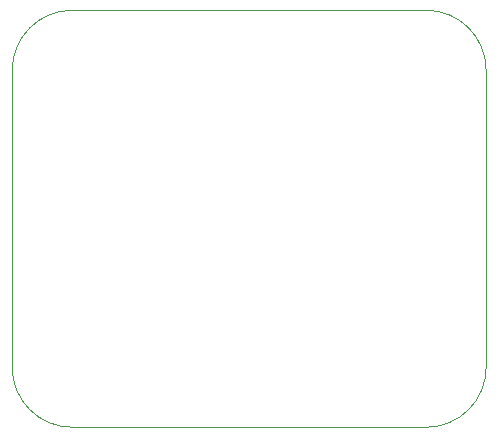
<source format=gbr>
%TF.GenerationSoftware,KiCad,Pcbnew,8.0.5*%
%TF.CreationDate,2024-09-29T17:59:16-05:00*%
%TF.ProjectId,pcb,7063622e-6b69-4636-9164-5f7063625858,rev?*%
%TF.SameCoordinates,Original*%
%TF.FileFunction,Profile,NP*%
%FSLAX46Y46*%
G04 Gerber Fmt 4.6, Leading zero omitted, Abs format (unit mm)*
G04 Created by KiCad (PCBNEW 8.0.5) date 2024-09-29 17:59:16*
%MOMM*%
%LPD*%
G01*
G04 APERTURE LIST*
%TA.AperFunction,Profile*%
%ADD10C,0.050000*%
%TD*%
G04 APERTURE END LIST*
D10*
X91948000Y-114046000D02*
X121920000Y-114046000D01*
X86868000Y-83820000D02*
X86868000Y-108966000D01*
X121920000Y-78740000D02*
X91948000Y-78740000D01*
X127000000Y-108966000D02*
X127000000Y-83820000D01*
X127000000Y-108966000D02*
G75*
G02*
X121920000Y-114046000I-5080000J0D01*
G01*
X86868000Y-83820000D02*
G75*
G02*
X91948000Y-78740000I5080000J0D01*
G01*
X91948000Y-114046000D02*
G75*
G02*
X86868000Y-108966000I0J5080000D01*
G01*
X121920000Y-78740000D02*
G75*
G02*
X127000000Y-83820000I0J-5080000D01*
G01*
M02*

</source>
